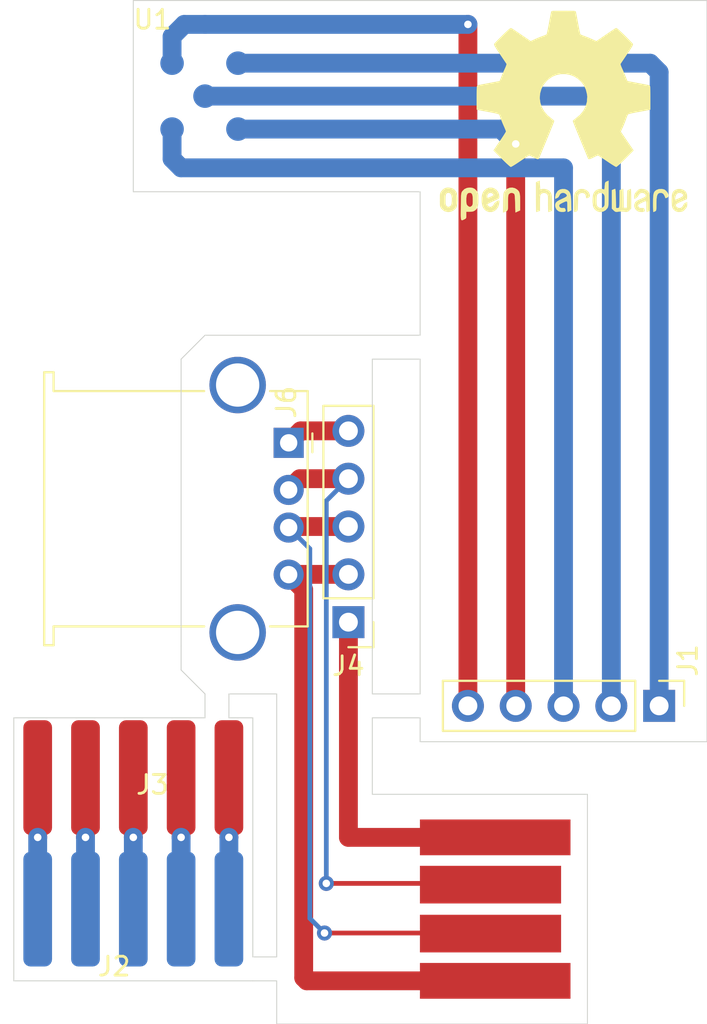
<source format=kicad_pcb>
(kicad_pcb (version 20171130) (host pcbnew 5.1.4)

  (general
    (thickness 1.6)
    (drawings 33)
    (tracks 66)
    (zones 0)
    (modules 8)
    (nets 17)
  )

  (page A4)
  (layers
    (0 F.Cu signal)
    (31 B.Cu signal)
    (32 B.Adhes user)
    (33 F.Adhes user)
    (34 B.Paste user)
    (35 F.Paste user)
    (36 B.SilkS user)
    (37 F.SilkS user)
    (38 B.Mask user)
    (39 F.Mask user)
    (40 Dwgs.User user)
    (41 Cmts.User user)
    (42 Eco1.User user)
    (43 Eco2.User user)
    (44 Edge.Cuts user)
    (45 Margin user)
    (46 B.CrtYd user)
    (47 F.CrtYd user)
    (48 B.Fab user)
    (49 F.Fab user)
  )

  (setup
    (last_trace_width 0.25)
    (trace_clearance 0.2)
    (zone_clearance 0.508)
    (zone_45_only no)
    (trace_min 0.2)
    (via_size 0.8)
    (via_drill 0.4)
    (via_min_size 0.4)
    (via_min_drill 0.3)
    (uvia_size 0.3)
    (uvia_drill 0.1)
    (uvias_allowed no)
    (uvia_min_size 0.2)
    (uvia_min_drill 0.1)
    (edge_width 0.05)
    (segment_width 0.2)
    (pcb_text_width 0.3)
    (pcb_text_size 1.5 1.5)
    (mod_edge_width 0.12)
    (mod_text_size 1 1)
    (mod_text_width 0.15)
    (pad_size 1.524 1.524)
    (pad_drill 0.762)
    (pad_to_mask_clearance 0.051)
    (solder_mask_min_width 0.25)
    (aux_axis_origin 0 0)
    (visible_elements FFFFFF7F)
    (pcbplotparams
      (layerselection 0x01020_ffffffff)
      (usegerberextensions false)
      (usegerberattributes false)
      (usegerberadvancedattributes false)
      (creategerberjobfile false)
      (excludeedgelayer true)
      (linewidth 0.100000)
      (plotframeref false)
      (viasonmask false)
      (mode 1)
      (useauxorigin false)
      (hpglpennumber 1)
      (hpglpenspeed 20)
      (hpglpendiameter 15.000000)
      (psnegative false)
      (psa4output false)
      (plotreference true)
      (plotvalue true)
      (plotinvisibletext false)
      (padsonsilk false)
      (subtractmaskfromsilk false)
      (outputformat 1)
      (mirror false)
      (drillshape 0)
      (scaleselection 1)
      (outputdirectory "output/"))
  )

  (net 0 "")
  (net 1 "Net-(J1-Pad1)")
  (net 2 "Net-(J1-Pad2)")
  (net 3 "Net-(J1-Pad3)")
  (net 4 "Net-(J1-Pad4)")
  (net 5 "Net-(J1-Pad5)")
  (net 6 "Net-(J2-Pad1)")
  (net 7 "Net-(J2-Pad2)")
  (net 8 "Net-(J2-Pad3)")
  (net 9 "Net-(J2-Pad4)")
  (net 10 "Net-(J2-Pad5)")
  (net 11 "Net-(J4-Pad5)")
  (net 12 "Net-(J4-Pad4)")
  (net 13 "Net-(J4-Pad3)")
  (net 14 "Net-(J4-Pad2)")
  (net 15 "Net-(J4-Pad1)")
  (net 16 "Net-(J6-Pad5)")

  (net_class Default "This is the default net class."
    (clearance 0.2)
    (trace_width 0.25)
    (via_dia 0.8)
    (via_drill 0.4)
    (uvia_dia 0.3)
    (uvia_drill 0.1)
    (add_net "Net-(J1-Pad1)")
    (add_net "Net-(J1-Pad2)")
    (add_net "Net-(J1-Pad3)")
    (add_net "Net-(J1-Pad4)")
    (add_net "Net-(J1-Pad5)")
    (add_net "Net-(J2-Pad1)")
    (add_net "Net-(J2-Pad2)")
    (add_net "Net-(J2-Pad3)")
    (add_net "Net-(J2-Pad4)")
    (add_net "Net-(J2-Pad5)")
    (add_net "Net-(J4-Pad1)")
    (add_net "Net-(J4-Pad2)")
    (add_net "Net-(J4-Pad3)")
    (add_net "Net-(J4-Pad4)")
    (add_net "Net-(J4-Pad5)")
    (add_net "Net-(J6-Pad5)")
  )

  (module Fairphone-Back:Fairphone-Back (layer F.Cu) (tedit 5D9258DC) (tstamp 5D9296D1)
    (at 135.89 50.8)
    (path /5D8F35EC)
    (fp_text reference U1 (at -2.794 -4.064) (layer F.SilkS)
      (effects (font (size 1 1) (thickness 0.15)))
    )
    (fp_text value FP-Back-Con (at 0.25 -4.25) (layer F.Fab)
      (effects (font (size 1 1) (thickness 0.15)))
    )
    (pad 2 connect circle (at 1.75 -1.75) (size 1.25 1.25) (layers B.Cu B.Mask)
      (net 1 "Net-(J1-Pad1)"))
    (pad 1 connect circle (at -1.75 -1.75) (size 1.25 1.25) (layers B.Cu B.Mask)
      (net 5 "Net-(J1-Pad5)"))
    (pad 3 connect circle (at 0 0) (size 1.25 1.25) (layers B.Cu B.Mask)
      (net 2 "Net-(J1-Pad2)"))
    (pad 5 connect circle (at 1.75 1.75) (size 1.25 1.25) (layers B.Cu B.Mask)
      (net 4 "Net-(J1-Pad4)"))
    (pad 4 connect circle (at -1.75 1.75) (size 1.25 1.25) (layers B.Cu B.Mask)
      (net 3 "Net-(J1-Pad3)"))
  )

  (module Symbol:OSHW-Logo2_14.6x12mm_SilkScreen (layer F.Cu) (tedit 0) (tstamp 5D92B4A9)
    (at 154.94 51.816)
    (descr "Open Source Hardware Symbol")
    (tags "Logo Symbol OSHW")
    (attr virtual)
    (fp_text reference REF** (at 0 0) (layer F.SilkS) hide
      (effects (font (size 1 1) (thickness 0.15)))
    )
    (fp_text value OSHW-Logo2_14.6x12mm_SilkScreen (at 0.75 0) (layer F.Fab) hide
      (effects (font (size 1 1) (thickness 0.15)))
    )
    (fp_poly (pts (xy 0.209014 -5.547002) (xy 0.367006 -5.546137) (xy 0.481347 -5.543795) (xy 0.559407 -5.539238)
      (xy 0.608554 -5.53173) (xy 0.636159 -5.520534) (xy 0.649592 -5.504912) (xy 0.656221 -5.484127)
      (xy 0.656865 -5.481437) (xy 0.666935 -5.432887) (xy 0.685575 -5.337095) (xy 0.710845 -5.204257)
      (xy 0.740807 -5.044569) (xy 0.773522 -4.868226) (xy 0.774664 -4.862033) (xy 0.807433 -4.689218)
      (xy 0.838093 -4.536531) (xy 0.864664 -4.413129) (xy 0.885167 -4.328169) (xy 0.897626 -4.29081)
      (xy 0.89822 -4.290148) (xy 0.934919 -4.271905) (xy 1.010586 -4.241503) (xy 1.108878 -4.205507)
      (xy 1.109425 -4.205315) (xy 1.233233 -4.158778) (xy 1.379196 -4.099496) (xy 1.516781 -4.039891)
      (xy 1.523293 -4.036944) (xy 1.74739 -3.935235) (xy 2.243619 -4.274103) (xy 2.395846 -4.377408)
      (xy 2.533741 -4.469763) (xy 2.649315 -4.545916) (xy 2.734579 -4.600615) (xy 2.781544 -4.628607)
      (xy 2.786004 -4.630683) (xy 2.820134 -4.62144) (xy 2.883881 -4.576844) (xy 2.979731 -4.494791)
      (xy 3.110169 -4.373179) (xy 3.243328 -4.243795) (xy 3.371694 -4.116298) (xy 3.486581 -3.999954)
      (xy 3.581073 -3.901948) (xy 3.648253 -3.829464) (xy 3.681206 -3.789687) (xy 3.682432 -3.787639)
      (xy 3.686074 -3.760344) (xy 3.67235 -3.715766) (xy 3.637869 -3.647888) (xy 3.579239 -3.550689)
      (xy 3.49307 -3.418149) (xy 3.3782 -3.247524) (xy 3.276254 -3.097345) (xy 3.185123 -2.96265)
      (xy 3.110073 -2.85126) (xy 3.056369 -2.770995) (xy 3.02928 -2.729675) (xy 3.027574 -2.72687)
      (xy 3.030882 -2.687279) (xy 3.055953 -2.610331) (xy 3.097798 -2.510568) (xy 3.112712 -2.478709)
      (xy 3.177786 -2.336774) (xy 3.247212 -2.175727) (xy 3.303609 -2.036379) (xy 3.344247 -1.932956)
      (xy 3.376526 -1.854358) (xy 3.395178 -1.81328) (xy 3.397497 -1.810115) (xy 3.431803 -1.804872)
      (xy 3.512669 -1.790506) (xy 3.629343 -1.769063) (xy 3.771075 -1.742587) (xy 3.92711 -1.713123)
      (xy 4.086698 -1.682717) (xy 4.239085 -1.653412) (xy 4.373521 -1.627255) (xy 4.479252 -1.60629)
      (xy 4.545526 -1.592561) (xy 4.561782 -1.58868) (xy 4.578573 -1.5791) (xy 4.591249 -1.557464)
      (xy 4.600378 -1.516469) (xy 4.606531 -1.448811) (xy 4.61028 -1.347188) (xy 4.612192 -1.204297)
      (xy 4.61284 -1.012835) (xy 4.612874 -0.934355) (xy 4.612874 -0.296094) (xy 4.459598 -0.26584)
      (xy 4.374322 -0.249436) (xy 4.24707 -0.225491) (xy 4.093315 -0.196893) (xy 3.928534 -0.166533)
      (xy 3.882989 -0.158194) (xy 3.730932 -0.12863) (xy 3.598468 -0.099558) (xy 3.496714 -0.073671)
      (xy 3.436788 -0.053663) (xy 3.426805 -0.047699) (xy 3.402293 -0.005466) (xy 3.367148 0.07637)
      (xy 3.328173 0.181683) (xy 3.320442 0.204368) (xy 3.26936 0.345018) (xy 3.205954 0.503714)
      (xy 3.143904 0.646225) (xy 3.143598 0.646886) (xy 3.040267 0.87044) (xy 3.719961 1.870232)
      (xy 3.283621 2.3073) (xy 3.151649 2.437381) (xy 3.031279 2.552048) (xy 2.929273 2.645181)
      (xy 2.852391 2.710658) (xy 2.807393 2.742357) (xy 2.800938 2.744368) (xy 2.76304 2.728529)
      (xy 2.685708 2.684496) (xy 2.577389 2.61749) (xy 2.446532 2.532734) (xy 2.305052 2.437816)
      (xy 2.161461 2.340998) (xy 2.033435 2.256751) (xy 1.929105 2.190258) (xy 1.8566 2.146702)
      (xy 1.824158 2.131264) (xy 1.784576 2.144328) (xy 1.709519 2.17875) (xy 1.614468 2.22738)
      (xy 1.604392 2.232785) (xy 1.476391 2.29698) (xy 1.388618 2.328463) (xy 1.334028 2.328798)
      (xy 1.305575 2.299548) (xy 1.30541 2.299138) (xy 1.291188 2.264498) (xy 1.257269 2.182269)
      (xy 1.206284 2.058814) (xy 1.140862 1.900498) (xy 1.063634 1.713686) (xy 0.977229 1.504742)
      (xy 0.893551 1.302446) (xy 0.801588 1.0792) (xy 0.71715 0.872392) (xy 0.642769 0.688362)
      (xy 0.580974 0.533451) (xy 0.534297 0.413996) (xy 0.505268 0.336339) (xy 0.496322 0.307356)
      (xy 0.518756 0.27411) (xy 0.577439 0.221123) (xy 0.655689 0.162704) (xy 0.878534 -0.022048)
      (xy 1.052718 -0.233818) (xy 1.176154 -0.468144) (xy 1.246754 -0.720566) (xy 1.262431 -0.986623)
      (xy 1.251036 -1.109425) (xy 1.18895 -1.364207) (xy 1.082023 -1.589199) (xy 0.936889 -1.782183)
      (xy 0.760178 -1.940939) (xy 0.558522 -2.06325) (xy 0.338554 -2.146895) (xy 0.106906 -2.189656)
      (xy -0.129791 -2.189313) (xy -0.364905 -2.143648) (xy -0.591804 -2.050441) (xy -0.803856 -1.907473)
      (xy -0.892364 -1.826617) (xy -1.062111 -1.618993) (xy -1.180301 -1.392105) (xy -1.247722 -1.152567)
      (xy -1.26516 -0.906993) (xy -1.233402 -0.661997) (xy -1.153235 -0.424192) (xy -1.025445 -0.200193)
      (xy -0.85082 0.003387) (xy -0.655688 0.162704) (xy -0.574409 0.223602) (xy -0.516991 0.276015)
      (xy -0.496322 0.307406) (xy -0.507144 0.341639) (xy -0.537923 0.423419) (xy -0.586126 0.546407)
      (xy -0.649222 0.704263) (xy -0.724678 0.890649) (xy -0.809962 1.099226) (xy -0.893781 1.302496)
      (xy -0.986255 1.525933) (xy -1.071911 1.732984) (xy -1.148118 1.917286) (xy -1.212247 2.072475)
      (xy -1.261668 2.192188) (xy -1.293752 2.270061) (xy -1.305641 2.299138) (xy -1.333726 2.328677)
      (xy -1.388051 2.328591) (xy -1.475605 2.297326) (xy -1.603381 2.233329) (xy -1.604392 2.232785)
      (xy -1.700598 2.183121) (xy -1.778369 2.146945) (xy -1.822223 2.131408) (xy -1.824158 2.131264)
      (xy -1.857171 2.147024) (xy -1.930054 2.19085) (xy -2.034678 2.257557) (xy -2.16291 2.341964)
      (xy -2.305052 2.437816) (xy -2.449767 2.534867) (xy -2.580196 2.61927) (xy -2.68789 2.685801)
      (xy -2.764402 2.729238) (xy -2.800938 2.744368) (xy -2.834582 2.724482) (xy -2.902224 2.668903)
      (xy -2.997107 2.583754) (xy -3.11247 2.475153) (xy -3.241555 2.349221) (xy -3.283771 2.307149)
      (xy -3.720261 1.869931) (xy -3.388023 1.38234) (xy -3.287054 1.232605) (xy -3.198438 1.09822)
      (xy -3.127146 0.986969) (xy -3.07815 0.906639) (xy -3.056422 0.865014) (xy -3.055785 0.862053)
      (xy -3.06724 0.822818) (xy -3.098051 0.743895) (xy -3.142884 0.638509) (xy -3.174353 0.567954)
      (xy -3.233192 0.432876) (xy -3.288604 0.296409) (xy -3.331564 0.181103) (xy -3.343234 0.145977)
      (xy -3.376389 0.052174) (xy -3.408799 -0.020306) (xy -3.426601 -0.047699) (xy -3.465886 -0.064464)
      (xy -3.551626 -0.08823) (xy -3.672697 -0.116303) (xy -3.817973 -0.145991) (xy -3.882988 -0.158194)
      (xy -4.048087 -0.188532) (xy -4.206448 -0.217907) (xy -4.342596 -0.243431) (xy -4.441057 -0.262215)
      (xy -4.459598 -0.26584) (xy -4.612873 -0.296094) (xy -4.612873 -0.934355) (xy -4.612529 -1.14423)
      (xy -4.611116 -1.30302) (xy -4.608064 -1.418027) (xy -4.602803 -1.496554) (xy -4.594763 -1.545904)
      (xy -4.583373 -1.573381) (xy -4.568063 -1.586287) (xy -4.561782 -1.58868) (xy -4.523896 -1.597167)
      (xy -4.440195 -1.6141) (xy -4.321433 -1.637434) (xy -4.178361 -1.665125) (xy -4.021732 -1.695127)
      (xy -3.862297 -1.725396) (xy -3.710809 -1.753885) (xy -3.578019 -1.778551) (xy -3.474681 -1.797349)
      (xy -3.411545 -1.808233) (xy -3.397497 -1.810115) (xy -3.38477 -1.835296) (xy -3.3566 -1.902378)
      (xy -3.318252 -1.998667) (xy -3.303609 -2.036379) (xy -3.244548 -2.182079) (xy -3.175 -2.343049)
      (xy -3.112712 -2.478709) (xy -3.066879 -2.582439) (xy -3.036387 -2.667674) (xy -3.026208 -2.719874)
      (xy -3.027831 -2.72687) (xy -3.049343 -2.759898) (xy -3.098465 -2.833357) (xy -3.169923 -2.939423)
      (xy -3.258445 -3.070274) (xy -3.358759 -3.218088) (xy -3.378594 -3.247266) (xy -3.494988 -3.420137)
      (xy -3.580548 -3.551774) (xy -3.638684 -3.648239) (xy -3.672808 -3.715592) (xy -3.686331 -3.759894)
      (xy -3.682664 -3.787206) (xy -3.68257 -3.78738) (xy -3.653707 -3.823254) (xy -3.589867 -3.892609)
      (xy -3.497969 -3.988255) (xy -3.384933 -4.103001) (xy -3.257679 -4.229659) (xy -3.243328 -4.243795)
      (xy -3.082957 -4.399097) (xy -2.959195 -4.51313) (xy -2.869555 -4.587998) (xy -2.811552 -4.625804)
      (xy -2.786004 -4.630683) (xy -2.748718 -4.609397) (xy -2.671343 -4.560227) (xy -2.561867 -4.488425)
      (xy -2.42828 -4.399245) (xy -2.27857 -4.297937) (xy -2.243618 -4.274103) (xy -1.74739 -3.935235)
      (xy -1.523293 -4.036944) (xy -1.387011 -4.096217) (xy -1.240724 -4.15583) (xy -1.114965 -4.20336)
      (xy -1.109425 -4.205315) (xy -1.011057 -4.241323) (xy -0.935229 -4.271771) (xy -0.898282 -4.290095)
      (xy -0.89822 -4.290148) (xy -0.886496 -4.323271) (xy -0.866568 -4.404733) (xy -0.840413 -4.525375)
      (xy -0.81001 -4.676041) (xy -0.777337 -4.847572) (xy -0.774664 -4.862033) (xy -0.74189 -5.038765)
      (xy -0.711802 -5.19919) (xy -0.686339 -5.333112) (xy -0.667441 -5.430337) (xy -0.657047 -5.480668)
      (xy -0.656865 -5.481437) (xy -0.650539 -5.502847) (xy -0.638239 -5.519012) (xy -0.612594 -5.530669)
      (xy -0.566235 -5.538555) (xy -0.491792 -5.543407) (xy -0.381895 -5.545961) (xy -0.229175 -5.546955)
      (xy -0.026262 -5.547126) (xy 0 -5.547126) (xy 0.209014 -5.547002)) (layer F.SilkS) (width 0.01))
    (fp_poly (pts (xy 6.343439 3.95654) (xy 6.45895 4.032034) (xy 6.514664 4.099617) (xy 6.558804 4.222255)
      (xy 6.562309 4.319298) (xy 6.554368 4.449056) (xy 6.255115 4.580039) (xy 6.109611 4.646958)
      (xy 6.014537 4.70079) (xy 5.965101 4.747416) (xy 5.956511 4.79272) (xy 5.983972 4.842582)
      (xy 6.014253 4.875632) (xy 6.102363 4.928633) (xy 6.198196 4.932347) (xy 6.286212 4.891041)
      (xy 6.350869 4.808983) (xy 6.362433 4.780008) (xy 6.417825 4.689509) (xy 6.481553 4.65094)
      (xy 6.568966 4.617946) (xy 6.568966 4.743034) (xy 6.561238 4.828156) (xy 6.530966 4.899938)
      (xy 6.467518 4.982356) (xy 6.458088 4.993066) (xy 6.387513 5.066391) (xy 6.326847 5.105742)
      (xy 6.25095 5.123845) (xy 6.18803 5.129774) (xy 6.075487 5.131251) (xy 5.99537 5.112535)
      (xy 5.94539 5.084747) (xy 5.866838 5.023641) (xy 5.812463 4.957554) (xy 5.778052 4.874441)
      (xy 5.759388 4.762254) (xy 5.752256 4.608946) (xy 5.751687 4.531136) (xy 5.753622 4.437853)
      (xy 5.929899 4.437853) (xy 5.931944 4.487896) (xy 5.937039 4.496092) (xy 5.970666 4.484958)
      (xy 6.04303 4.455493) (xy 6.139747 4.413601) (xy 6.159973 4.404597) (xy 6.282203 4.342442)
      (xy 6.349547 4.287815) (xy 6.364348 4.236649) (xy 6.328947 4.184876) (xy 6.299711 4.162)
      (xy 6.194216 4.11625) (xy 6.095476 4.123808) (xy 6.012812 4.179651) (xy 5.955548 4.278753)
      (xy 5.937188 4.357414) (xy 5.929899 4.437853) (xy 5.753622 4.437853) (xy 5.755459 4.349351)
      (xy 5.769359 4.214853) (xy 5.796894 4.116916) (xy 5.841572 4.044811) (xy 5.906901 3.987813)
      (xy 5.935383 3.969393) (xy 6.064763 3.921422) (xy 6.206412 3.918403) (xy 6.343439 3.95654)) (layer F.SilkS) (width 0.01))
    (fp_poly (pts (xy 5.33569 3.940018) (xy 5.370585 3.955269) (xy 5.453877 4.021235) (xy 5.525103 4.116618)
      (xy 5.569153 4.218406) (xy 5.576322 4.268587) (xy 5.552285 4.338647) (xy 5.499561 4.375717)
      (xy 5.443031 4.398164) (xy 5.417146 4.4023) (xy 5.404542 4.372283) (xy 5.379654 4.306961)
      (xy 5.368735 4.277445) (xy 5.307508 4.175348) (xy 5.218861 4.124423) (xy 5.105193 4.125989)
      (xy 5.096774 4.127994) (xy 5.036088 4.156767) (xy 4.991474 4.212859) (xy 4.961002 4.303163)
      (xy 4.942744 4.434571) (xy 4.934771 4.613974) (xy 4.934023 4.709433) (xy 4.933652 4.859913)
      (xy 4.931223 4.962495) (xy 4.92476 5.027672) (xy 4.912288 5.065938) (xy 4.891833 5.087785)
      (xy 4.861419 5.103707) (xy 4.859661 5.104509) (xy 4.801091 5.129272) (xy 4.772075 5.138391)
      (xy 4.767616 5.110822) (xy 4.763799 5.03462) (xy 4.760899 4.919541) (xy 4.759191 4.775341)
      (xy 4.758851 4.669814) (xy 4.760588 4.465613) (xy 4.767382 4.310697) (xy 4.781607 4.196024)
      (xy 4.805638 4.112551) (xy 4.841848 4.051236) (xy 4.892612 4.003034) (xy 4.942739 3.969393)
      (xy 5.063275 3.924619) (xy 5.203557 3.914521) (xy 5.33569 3.940018)) (layer F.SilkS) (width 0.01))
    (fp_poly (pts (xy 4.314406 3.935156) (xy 4.398469 3.973393) (xy 4.46445 4.019726) (xy 4.512794 4.071532)
      (xy 4.546172 4.138363) (xy 4.567253 4.229769) (xy 4.578707 4.355301) (xy 4.583203 4.524508)
      (xy 4.583678 4.635933) (xy 4.583678 5.070627) (xy 4.509316 5.104509) (xy 4.450746 5.129272)
      (xy 4.42173 5.138391) (xy 4.416179 5.111257) (xy 4.411775 5.038094) (xy 4.409078 4.931263)
      (xy 4.408506 4.846437) (xy 4.406046 4.723887) (xy 4.399412 4.626668) (xy 4.389726 4.567134)
      (xy 4.382032 4.554483) (xy 4.330311 4.567402) (xy 4.249117 4.600539) (xy 4.155102 4.645461)
      (xy 4.064917 4.693735) (xy 3.995215 4.736928) (xy 3.962648 4.766608) (xy 3.962519 4.766929)
      (xy 3.96532 4.821857) (xy 3.990439 4.874292) (xy 4.034541 4.916881) (xy 4.098909 4.931126)
      (xy 4.153921 4.929466) (xy 4.231835 4.928245) (xy 4.272732 4.946498) (xy 4.297295 4.994726)
      (xy 4.300392 5.00382) (xy 4.31104 5.072598) (xy 4.282565 5.11436) (xy 4.208344 5.134263)
      (xy 4.128168 5.137944) (xy 3.98389 5.110658) (xy 3.909203 5.07169) (xy 3.816963 4.980148)
      (xy 3.768043 4.867782) (xy 3.763654 4.749051) (xy 3.805001 4.638411) (xy 3.867197 4.56908)
      (xy 3.929294 4.530265) (xy 4.026895 4.481125) (xy 4.140632 4.431292) (xy 4.15959 4.423677)
      (xy 4.284521 4.368545) (xy 4.356539 4.319954) (xy 4.3797 4.271647) (xy 4.358064 4.21737)
      (xy 4.32092 4.174943) (xy 4.233127 4.122702) (xy 4.13653 4.118784) (xy 4.047944 4.159041)
      (xy 3.984186 4.239326) (xy 3.975817 4.26004) (xy 3.927096 4.336225) (xy 3.855965 4.392785)
      (xy 3.766207 4.439201) (xy 3.766207 4.307584) (xy 3.77149 4.227168) (xy 3.794142 4.163786)
      (xy 3.844367 4.096163) (xy 3.892582 4.044076) (xy 3.967554 3.970322) (xy 4.025806 3.930702)
      (xy 4.088372 3.91481) (xy 4.159193 3.912184) (xy 4.314406 3.935156)) (layer F.SilkS) (width 0.01))
    (fp_poly (pts (xy 3.580124 3.93984) (xy 3.584579 4.016653) (xy 3.588071 4.133391) (xy 3.590315 4.280821)
      (xy 3.591035 4.435455) (xy 3.591035 4.958727) (xy 3.498645 5.051117) (xy 3.434978 5.108047)
      (xy 3.379089 5.131107) (xy 3.302702 5.129647) (xy 3.27238 5.125934) (xy 3.17761 5.115126)
      (xy 3.099222 5.108933) (xy 3.080115 5.108361) (xy 3.015699 5.112102) (xy 2.923571 5.121494)
      (xy 2.88785 5.125934) (xy 2.800114 5.132801) (xy 2.741153 5.117885) (xy 2.68269 5.071835)
      (xy 2.661585 5.051117) (xy 2.569195 4.958727) (xy 2.569195 3.979947) (xy 2.643558 3.946066)
      (xy 2.70759 3.92097) (xy 2.745052 3.912184) (xy 2.754657 3.93995) (xy 2.763635 4.01753)
      (xy 2.771386 4.136348) (xy 2.777314 4.287828) (xy 2.780173 4.415805) (xy 2.788161 4.919425)
      (xy 2.857848 4.929278) (xy 2.921229 4.922389) (xy 2.952286 4.900083) (xy 2.960967 4.858379)
      (xy 2.968378 4.769544) (xy 2.973931 4.644834) (xy 2.977036 4.495507) (xy 2.977484 4.418661)
      (xy 2.977931 3.976287) (xy 3.069874 3.944235) (xy 3.134949 3.922443) (xy 3.170347 3.912281)
      (xy 3.171368 3.912184) (xy 3.17492 3.939809) (xy 3.178823 4.016411) (xy 3.182751 4.132579)
      (xy 3.186376 4.278904) (xy 3.188908 4.415805) (xy 3.196897 4.919425) (xy 3.372069 4.919425)
      (xy 3.380107 4.459965) (xy 3.388146 4.000505) (xy 3.473543 3.956344) (xy 3.536593 3.926019)
      (xy 3.57391 3.912258) (xy 3.574987 3.912184) (xy 3.580124 3.93984)) (layer F.SilkS) (width 0.01))
    (fp_poly (pts (xy 2.393914 4.154455) (xy 2.393543 4.372661) (xy 2.392108 4.540519) (xy 2.389002 4.66607)
      (xy 2.383622 4.757355) (xy 2.375362 4.822415) (xy 2.363616 4.869291) (xy 2.347781 4.906024)
      (xy 2.33579 4.926991) (xy 2.23649 5.040694) (xy 2.110588 5.111965) (xy 1.971291 5.137538)
      (xy 1.831805 5.11415) (xy 1.748743 5.072119) (xy 1.661545 4.999411) (xy 1.602117 4.910612)
      (xy 1.566261 4.79432) (xy 1.549781 4.639135) (xy 1.547447 4.525287) (xy 1.547761 4.517106)
      (xy 1.751724 4.517106) (xy 1.75297 4.647657) (xy 1.758678 4.73408) (xy 1.771804 4.790618)
      (xy 1.795306 4.831514) (xy 1.823386 4.862362) (xy 1.917688 4.921905) (xy 2.01894 4.926992)
      (xy 2.114636 4.877279) (xy 2.122084 4.870543) (xy 2.153874 4.835502) (xy 2.173808 4.793811)
      (xy 2.1846 4.731762) (xy 2.188965 4.635644) (xy 2.189655 4.529379) (xy 2.188159 4.39588)
      (xy 2.181964 4.306822) (xy 2.168514 4.248293) (xy 2.145251 4.206382) (xy 2.126175 4.184123)
      (xy 2.037563 4.127985) (xy 1.935508 4.121235) (xy 1.838095 4.164114) (xy 1.819296 4.180032)
      (xy 1.787293 4.215382) (xy 1.767318 4.257502) (xy 1.756593 4.320251) (xy 1.752339 4.417487)
      (xy 1.751724 4.517106) (xy 1.547761 4.517106) (xy 1.554504 4.341947) (xy 1.578472 4.204195)
      (xy 1.623548 4.100632) (xy 1.693928 4.019856) (xy 1.748743 3.978455) (xy 1.848376 3.933728)
      (xy 1.963855 3.912967) (xy 2.071199 3.918525) (xy 2.131264 3.940943) (xy 2.154835 3.947323)
      (xy 2.170477 3.923535) (xy 2.181395 3.859788) (xy 2.189655 3.762687) (xy 2.198699 3.654541)
      (xy 2.211261 3.589475) (xy 2.234119 3.552268) (xy 2.274051 3.527699) (xy 2.299138 3.516819)
      (xy 2.394023 3.477072) (xy 2.393914 4.154455)) (layer F.SilkS) (width 0.01))
    (fp_poly (pts (xy 1.065943 3.92192) (xy 1.198565 3.970859) (xy 1.30601 4.057419) (xy 1.348032 4.118352)
      (xy 1.393843 4.230161) (xy 1.392891 4.311006) (xy 1.344808 4.365378) (xy 1.327017 4.374624)
      (xy 1.250204 4.40345) (xy 1.210976 4.396065) (xy 1.197689 4.347658) (xy 1.197012 4.32092)
      (xy 1.172686 4.222548) (xy 1.109281 4.153734) (xy 1.021154 4.120498) (xy 0.922663 4.128861)
      (xy 0.842602 4.172296) (xy 0.815561 4.197072) (xy 0.796394 4.227129) (xy 0.783446 4.272565)
      (xy 0.775064 4.343476) (xy 0.769593 4.44996) (xy 0.765378 4.602112) (xy 0.764287 4.650287)
      (xy 0.760307 4.815095) (xy 0.755781 4.931088) (xy 0.748995 5.007833) (xy 0.738231 5.054893)
      (xy 0.721773 5.081835) (xy 0.697906 5.098223) (xy 0.682626 5.105463) (xy 0.617733 5.13022)
      (xy 0.579534 5.138391) (xy 0.566912 5.111103) (xy 0.559208 5.028603) (xy 0.55638 4.889941)
      (xy 0.558386 4.694162) (xy 0.559011 4.663965) (xy 0.563421 4.485349) (xy 0.568635 4.354923)
      (xy 0.576055 4.262492) (xy 0.587082 4.197858) (xy 0.603117 4.150825) (xy 0.625561 4.111196)
      (xy 0.637302 4.094215) (xy 0.704619 4.01908) (xy 0.77991 3.960638) (xy 0.789128 3.955536)
      (xy 0.924133 3.91526) (xy 1.065943 3.92192)) (layer F.SilkS) (width 0.01))
    (fp_poly (pts (xy 0.079944 3.92436) (xy 0.194343 3.966842) (xy 0.195652 3.967658) (xy 0.266403 4.01973)
      (xy 0.318636 4.080584) (xy 0.355371 4.159887) (xy 0.379634 4.267309) (xy 0.394445 4.412517)
      (xy 0.402829 4.605179) (xy 0.403564 4.632628) (xy 0.41412 5.046521) (xy 0.325291 5.092456)
      (xy 0.261018 5.123498) (xy 0.22221 5.138206) (xy 0.220415 5.138391) (xy 0.2137 5.11125)
      (xy 0.208365 5.038041) (xy 0.205083 4.931081) (xy 0.204368 4.844469) (xy 0.204351 4.704162)
      (xy 0.197937 4.616051) (xy 0.17558 4.574025) (xy 0.127732 4.571975) (xy 0.044849 4.60379)
      (xy -0.080287 4.662272) (xy -0.172303 4.710845) (xy -0.219629 4.752986) (xy -0.233542 4.798916)
      (xy -0.233563 4.801189) (xy -0.210605 4.880311) (xy -0.14263 4.923055) (xy -0.038602 4.929246)
      (xy 0.03633 4.928172) (xy 0.075839 4.949753) (xy 0.100478 5.001591) (xy 0.114659 5.067632)
      (xy 0.094223 5.105104) (xy 0.086528 5.110467) (xy 0.014083 5.132006) (xy -0.087367 5.135055)
      (xy -0.191843 5.120778) (xy -0.265875 5.094688) (xy -0.368228 5.007785) (xy -0.426409 4.886816)
      (xy -0.437931 4.792308) (xy -0.429138 4.707062) (xy -0.39732 4.637476) (xy -0.334316 4.575672)
      (xy -0.231969 4.513772) (xy -0.082118 4.443897) (xy -0.072988 4.439948) (xy 0.061997 4.377588)
      (xy 0.145294 4.326446) (xy 0.180997 4.280488) (xy 0.173203 4.233683) (xy 0.126007 4.179998)
      (xy 0.111894 4.167644) (xy 0.017359 4.119741) (xy -0.080594 4.121758) (xy -0.165903 4.168724)
      (xy -0.222504 4.255669) (xy -0.227763 4.272734) (xy -0.278977 4.355504) (xy -0.343963 4.395372)
      (xy -0.437931 4.434882) (xy -0.437931 4.332658) (xy -0.409347 4.184072) (xy -0.324505 4.047784)
      (xy -0.280355 4.002191) (xy -0.179995 3.943674) (xy -0.052365 3.917184) (xy 0.079944 3.92436)) (layer F.SilkS) (width 0.01))
    (fp_poly (pts (xy -1.255402 3.723857) (xy -1.246846 3.843188) (xy -1.237019 3.913506) (xy -1.223401 3.944179)
      (xy -1.203473 3.944571) (xy -1.197011 3.94091) (xy -1.11106 3.914398) (xy -0.999255 3.915946)
      (xy -0.885586 3.943199) (xy -0.81449 3.978455) (xy -0.741595 4.034778) (xy -0.688307 4.098519)
      (xy -0.651725 4.17951) (xy -0.62895 4.287586) (xy -0.617081 4.43258) (xy -0.613218 4.624326)
      (xy -0.613149 4.661109) (xy -0.613103 5.074288) (xy -0.705046 5.106339) (xy -0.770348 5.128144)
      (xy -0.806176 5.138297) (xy -0.80723 5.138391) (xy -0.810758 5.11086) (xy -0.813761 5.034923)
      (xy -0.81601 4.920565) (xy -0.817276 4.777769) (xy -0.817471 4.690951) (xy -0.817877 4.519773)
      (xy -0.819968 4.397088) (xy -0.825053 4.313) (xy -0.83444 4.257614) (xy -0.849439 4.221032)
      (xy -0.871358 4.193359) (xy -0.885043 4.180032) (xy -0.979051 4.126328) (xy -1.081636 4.122307)
      (xy -1.17471 4.167725) (xy -1.191922 4.184123) (xy -1.217168 4.214957) (xy -1.23468 4.251531)
      (xy -1.245858 4.304415) (xy -1.252104 4.384177) (xy -1.254818 4.501385) (xy -1.255402 4.662991)
      (xy -1.255402 5.074288) (xy -1.347345 5.106339) (xy -1.412647 5.128144) (xy -1.448475 5.138297)
      (xy -1.449529 5.138391) (xy -1.452225 5.110448) (xy -1.454655 5.03163) (xy -1.456722 4.909453)
      (xy -1.458329 4.751432) (xy -1.459377 4.565083) (xy -1.459769 4.35792) (xy -1.45977 4.348706)
      (xy -1.45977 3.55902) (xy -1.364885 3.518997) (xy -1.27 3.478973) (xy -1.255402 3.723857)) (layer F.SilkS) (width 0.01))
    (fp_poly (pts (xy -3.684448 3.884676) (xy -3.569342 3.962111) (xy -3.480389 4.073949) (xy -3.427251 4.216265)
      (xy -3.416503 4.321015) (xy -3.417724 4.364726) (xy -3.427944 4.398194) (xy -3.456039 4.428179)
      (xy -3.510884 4.46144) (xy -3.601355 4.504738) (xy -3.736328 4.564833) (xy -3.737011 4.565134)
      (xy -3.861249 4.622037) (xy -3.963127 4.672565) (xy -4.032233 4.71128) (xy -4.058154 4.73274)
      (xy -4.058161 4.732913) (xy -4.035315 4.779644) (xy -3.981891 4.831154) (xy -3.920558 4.868261)
      (xy -3.889485 4.875632) (xy -3.804711 4.850138) (xy -3.731707 4.786291) (xy -3.696087 4.716094)
      (xy -3.66182 4.664343) (xy -3.594697 4.605409) (xy -3.515792 4.554496) (xy -3.446179 4.526809)
      (xy -3.431623 4.525287) (xy -3.415237 4.550321) (xy -3.41425 4.614311) (xy -3.426292 4.700593)
      (xy -3.448993 4.792501) (xy -3.479986 4.873369) (xy -3.481552 4.876509) (xy -3.574819 5.006734)
      (xy -3.695696 5.095311) (xy -3.832973 5.138786) (xy -3.97544 5.133706) (xy -4.111888 5.076616)
      (xy -4.117955 5.072602) (xy -4.22529 4.975326) (xy -4.295868 4.848409) (xy -4.334926 4.681526)
      (xy -4.340168 4.634639) (xy -4.349452 4.413329) (xy -4.338322 4.310124) (xy -4.058161 4.310124)
      (xy -4.054521 4.374503) (xy -4.034611 4.393291) (xy -3.984974 4.379235) (xy -3.906733 4.346009)
      (xy -3.819274 4.304359) (xy -3.817101 4.303256) (xy -3.74297 4.264265) (xy -3.713219 4.238244)
      (xy -3.720555 4.210965) (xy -3.751447 4.175121) (xy -3.83004 4.123251) (xy -3.914677 4.119439)
      (xy -3.990597 4.157189) (xy -4.043035 4.230001) (xy -4.058161 4.310124) (xy -4.338322 4.310124)
      (xy -4.330356 4.236261) (xy -4.281366 4.095829) (xy -4.213164 3.997447) (xy -4.090065 3.89803)
      (xy -3.954472 3.848711) (xy -3.816045 3.845568) (xy -3.684448 3.884676)) (layer F.SilkS) (width 0.01))
    (fp_poly (pts (xy -5.951779 3.866015) (xy -5.814939 3.937968) (xy -5.713949 4.053766) (xy -5.678075 4.128213)
      (xy -5.650161 4.239992) (xy -5.635871 4.381227) (xy -5.634516 4.535371) (xy -5.645405 4.685879)
      (xy -5.667847 4.816205) (xy -5.70115 4.909803) (xy -5.711385 4.925922) (xy -5.832618 5.046249)
      (xy -5.976613 5.118317) (xy -6.132861 5.139408) (xy -6.290852 5.106802) (xy -6.33482 5.087253)
      (xy -6.420444 5.027012) (xy -6.495592 4.947135) (xy -6.502694 4.937004) (xy -6.531561 4.888181)
      (xy -6.550643 4.83599) (xy -6.561916 4.767285) (xy -6.567355 4.668918) (xy -6.568938 4.527744)
      (xy -6.568965 4.496092) (xy -6.568893 4.486019) (xy -6.277011 4.486019) (xy -6.275313 4.619256)
      (xy -6.268628 4.707674) (xy -6.254575 4.764785) (xy -6.230771 4.804102) (xy -6.218621 4.817241)
      (xy -6.148764 4.867172) (xy -6.080941 4.864895) (xy -6.012365 4.821584) (xy -5.971465 4.775346)
      (xy -5.947242 4.707857) (xy -5.933639 4.601433) (xy -5.932706 4.58902) (xy -5.930384 4.396147)
      (xy -5.95465 4.2529) (xy -6.005176 4.16016) (xy -6.081632 4.118807) (xy -6.108924 4.116552)
      (xy -6.180589 4.127893) (xy -6.22961 4.167184) (xy -6.259582 4.242326) (xy -6.274101 4.361222)
      (xy -6.277011 4.486019) (xy -6.568893 4.486019) (xy -6.567878 4.345659) (xy -6.563312 4.240549)
      (xy -6.553312 4.167714) (xy -6.535921 4.114108) (xy -6.509184 4.066681) (xy -6.503276 4.057864)
      (xy -6.403968 3.939007) (xy -6.295758 3.870008) (xy -6.164019 3.842619) (xy -6.119283 3.841281)
      (xy -5.951779 3.866015)) (layer F.SilkS) (width 0.01))
    (fp_poly (pts (xy -2.582571 3.877719) (xy -2.488877 3.931914) (xy -2.423736 3.985707) (xy -2.376093 4.042066)
      (xy -2.343272 4.110987) (xy -2.322594 4.202468) (xy -2.31138 4.326506) (xy -2.306951 4.493098)
      (xy -2.306437 4.612851) (xy -2.306437 5.053659) (xy -2.430517 5.109283) (xy -2.554598 5.164907)
      (xy -2.569195 4.682095) (xy -2.575227 4.501779) (xy -2.581555 4.370901) (xy -2.589394 4.280511)
      (xy -2.599963 4.221664) (xy -2.614477 4.185413) (xy -2.634152 4.16281) (xy -2.640465 4.157917)
      (xy -2.736112 4.119706) (xy -2.832793 4.134827) (xy -2.890345 4.174943) (xy -2.913755 4.20337)
      (xy -2.929961 4.240672) (xy -2.940259 4.297223) (xy -2.945951 4.383394) (xy -2.948336 4.509558)
      (xy -2.948736 4.641042) (xy -2.948814 4.805999) (xy -2.951639 4.922761) (xy -2.961093 5.00151)
      (xy -2.98106 5.052431) (xy -3.015424 5.085706) (xy -3.068068 5.11152) (xy -3.138383 5.138344)
      (xy -3.21518 5.167542) (xy -3.206038 4.649346) (xy -3.202357 4.462539) (xy -3.19805 4.32449)
      (xy -3.191877 4.225568) (xy -3.182598 4.156145) (xy -3.168973 4.10659) (xy -3.149761 4.067273)
      (xy -3.126598 4.032584) (xy -3.014848 3.92177) (xy -2.878487 3.857689) (xy -2.730175 3.842339)
      (xy -2.582571 3.877719)) (layer F.SilkS) (width 0.01))
    (fp_poly (pts (xy -4.8281 3.861903) (xy -4.71655 3.917522) (xy -4.618092 4.019931) (xy -4.590977 4.057864)
      (xy -4.561438 4.1075) (xy -4.542272 4.161412) (xy -4.531307 4.233364) (xy -4.526371 4.337122)
      (xy -4.525287 4.474101) (xy -4.530182 4.661815) (xy -4.547196 4.802758) (xy -4.579823 4.907908)
      (xy -4.631558 4.988243) (xy -4.705896 5.054741) (xy -4.711358 5.058678) (xy -4.78462 5.098953)
      (xy -4.87284 5.11888) (xy -4.985038 5.123793) (xy -5.167433 5.123793) (xy -5.167509 5.300857)
      (xy -5.169207 5.39947) (xy -5.17955 5.457314) (xy -5.206578 5.492006) (xy -5.258332 5.521164)
      (xy -5.270761 5.527121) (xy -5.328923 5.555039) (xy -5.373956 5.572672) (xy -5.407441 5.574194)
      (xy -5.430962 5.553781) (xy -5.4461 5.505607) (xy -5.454437 5.423846) (xy -5.457556 5.302672)
      (xy -5.45704 5.13626) (xy -5.454471 4.918785) (xy -5.453668 4.853736) (xy -5.450778 4.629502)
      (xy -5.448188 4.482821) (xy -5.167586 4.482821) (xy -5.166009 4.607326) (xy -5.159 4.688787)
      (xy -5.143142 4.742515) (xy -5.115019 4.783823) (xy -5.095925 4.803971) (xy -5.017865 4.862921)
      (xy -4.948753 4.86772) (xy -4.87744 4.819038) (xy -4.875632 4.817241) (xy -4.846617 4.779618)
      (xy -4.828967 4.728484) (xy -4.820064 4.649738) (xy -4.817291 4.529276) (xy -4.817241 4.502588)
      (xy -4.823942 4.336583) (xy -4.845752 4.221505) (xy -4.885235 4.151254) (xy -4.944956 4.119729)
      (xy -4.979472 4.116552) (xy -5.061389 4.13146) (xy -5.117579 4.180548) (xy -5.151402 4.270362)
      (xy -5.16622 4.407445) (xy -5.167586 4.482821) (xy -5.448188 4.482821) (xy -5.447713 4.455952)
      (xy -5.443753 4.325382) (xy -5.438174 4.230087) (xy -5.430254 4.162364) (xy -5.419269 4.114507)
      (xy -5.404499 4.078813) (xy -5.385218 4.047578) (xy -5.376951 4.035824) (xy -5.267288 3.924797)
      (xy -5.128635 3.861847) (xy -4.968246 3.844297) (xy -4.8281 3.861903)) (layer F.SilkS) (width 0.01))
  )

  (module Connector_USB:USB_A_Stewart_SS-52100-001_Horizontal (layer F.Cu) (tedit 5CB49A87) (tstamp 5D92A208)
    (at 140.335 69.215 270)
    (descr "USB A connector https://belfuse.com/resources/drawings/stewartconnector/dr-stw-ss-52100-001.pdf")
    (tags "USB_A Female Connector receptacle")
    (path /5D8F76B3)
    (fp_text reference J6 (at -2.159 0.127 90) (layer F.SilkS)
      (effects (font (size 1 1) (thickness 0.15)))
    )
    (fp_text value USB_A (at 3.5 14.49 90) (layer F.Fab)
      (effects (font (size 1 1) (thickness 0.15)))
    )
    (fp_line (start 10.25 4.74) (end 11.25 4.74) (layer F.CrtYd) (width 0.05))
    (fp_line (start 10.25 11.99) (end 10.25 4.74) (layer F.CrtYd) (width 0.05))
    (fp_line (start 11.25 11.99) (end 10.25 11.99) (layer F.CrtYd) (width 0.05))
    (fp_line (start 11.25 13.49) (end 11.25 11.99) (layer F.CrtYd) (width 0.05))
    (fp_line (start -4.25 13.49) (end 11.25 13.49) (layer F.CrtYd) (width 0.05))
    (fp_line (start -4.25 11.99) (end -4.25 13.49) (layer F.CrtYd) (width 0.05))
    (fp_line (start -3.25 11.99) (end -4.25 11.99) (layer F.CrtYd) (width 0.05))
    (fp_line (start -3.25 4.74) (end -3.25 11.99) (layer F.CrtYd) (width 0.05))
    (fp_line (start 0 -0.76) (end 0.25 -1.01) (layer F.Fab) (width 0.1))
    (fp_line (start -0.25 -1.01) (end 0 -0.76) (layer F.Fab) (width 0.1))
    (fp_line (start -0.5 -1.26) (end 0.5 -1.26) (layer F.SilkS) (width 0.12))
    (fp_line (start -3.75 12.49) (end -3.75 12.99) (layer F.SilkS) (width 0.12))
    (fp_line (start -2.75 12.49) (end -3.75 12.49) (layer F.SilkS) (width 0.12))
    (fp_line (start -2.75 4.49) (end -2.75 12.49) (layer F.SilkS) (width 0.12))
    (fp_line (start -2.75 -1.01) (end -2.75 0.99) (layer F.SilkS) (width 0.12))
    (fp_line (start 9.75 -1.01) (end -2.75 -1.01) (layer F.SilkS) (width 0.12))
    (fp_line (start 9.75 0.99) (end 9.75 -1.01) (layer F.SilkS) (width 0.12))
    (fp_line (start 9.75 12.49) (end 9.75 4.49) (layer F.SilkS) (width 0.12))
    (fp_line (start 10.75 12.49) (end 9.75 12.49) (layer F.SilkS) (width 0.12))
    (fp_line (start 10.75 12.99) (end 10.75 12.49) (layer F.SilkS) (width 0.12))
    (fp_line (start -3.75 12.99) (end 10.75 12.99) (layer F.SilkS) (width 0.12))
    (fp_text user %R (at 3.5 5.99 90) (layer F.Fab)
      (effects (font (size 1 1) (thickness 0.15)))
    )
    (fp_line (start 9.75 12.49) (end 9.75 -1.01) (layer F.Fab) (width 0.1))
    (fp_line (start -2.75 -1.01) (end 9.75 -1.01) (layer F.Fab) (width 0.1))
    (fp_line (start -2.75 12.49) (end -2.75 -1.01) (layer F.Fab) (width 0.1))
    (fp_line (start -3.75 12.99) (end 10.75 12.99) (layer F.Fab) (width 0.1))
    (fp_line (start -3.75 12.99) (end -3.75 12.49) (layer F.Fab) (width 0.1))
    (fp_line (start -3.75 12.49) (end -2.75 12.49) (layer F.Fab) (width 0.1))
    (fp_line (start 9.75 12.49) (end 10.75 12.49) (layer F.Fab) (width 0.1))
    (fp_line (start 10.75 12.49) (end 10.75 12.99) (layer F.Fab) (width 0.1))
    (fp_line (start 12.15 1.99) (end 11.25 0.69) (layer F.CrtYd) (width 0.05))
    (fp_line (start 10.25 0.69) (end 11.25 0.69) (layer F.CrtYd) (width 0.05))
    (fp_line (start 12.15 1.99) (end 12.15 3.44) (layer F.CrtYd) (width 0.05))
    (fp_line (start 10.25 0.69) (end 10.25 -1.51) (layer F.CrtYd) (width 0.05))
    (fp_line (start 10.25 -1.51) (end -3.25 -1.51) (layer F.CrtYd) (width 0.05))
    (fp_line (start -3.25 0.69) (end -3.25 -1.51) (layer F.CrtYd) (width 0.05))
    (fp_line (start 12.15 3.44) (end 11.25 4.74) (layer F.CrtYd) (width 0.05))
    (fp_line (start -3.25 0.69) (end -4.25 0.69) (layer F.CrtYd) (width 0.05))
    (fp_line (start -5.15 3.44) (end -4.25 4.74) (layer F.CrtYd) (width 0.05))
    (fp_line (start -3.25 4.74) (end -4.25 4.74) (layer F.CrtYd) (width 0.05))
    (fp_line (start -5.15 3.44) (end -5.15 1.99) (layer F.CrtYd) (width 0.05))
    (fp_line (start -5.15 1.99) (end -4.25 0.69) (layer F.CrtYd) (width 0.05))
    (pad 5 thru_hole circle (at 10.07 2.71 270) (size 3 3) (drill 2.3) (layers *.Cu *.Mask)
      (net 16 "Net-(J6-Pad5)"))
    (pad 5 thru_hole circle (at -3.07 2.71 270) (size 3 3) (drill 2.3) (layers *.Cu *.Mask)
      (net 16 "Net-(J6-Pad5)"))
    (pad 1 thru_hole rect (at 0 0 270) (size 1.6 1.6) (drill 0.92) (layers *.Cu *.Mask)
      (net 11 "Net-(J4-Pad5)"))
    (pad 2 thru_hole circle (at 2.5 0 270) (size 1.6 1.6) (drill 0.92) (layers *.Cu *.Mask)
      (net 12 "Net-(J4-Pad4)"))
    (pad 3 thru_hole circle (at 4.5 0 270) (size 1.6 1.6) (drill 0.92) (layers *.Cu *.Mask)
      (net 13 "Net-(J4-Pad3)"))
    (pad 4 thru_hole circle (at 7 0 270) (size 1.6 1.6) (drill 0.92) (layers *.Cu *.Mask)
      (net 14 "Net-(J4-Pad2)"))
    (model ${KISYS3DMOD}/Connector_USB.3dshapes/USB_A_Stewart_SS-52100-001_Horizontal.wrl
      (at (xyz 0 0 0))
      (scale (xyz 1 1 1))
      (rotate (xyz 0 0 0))
    )
  )

  (module USBSMD:usb-PCB (layer F.Cu) (tedit 542BB0AF) (tstamp 5D92A1B8)
    (at 156.21 93.98 90)
    (path /5D8FE41D)
    (attr virtual)
    (fp_text reference J5 (at 0.13 -7.85 90) (layer F.SilkS) hide
      (effects (font (size 1.5 1.5) (thickness 0.15)))
    )
    (fp_text value USB_A (at 0.29 -10.13 90) (layer F.SilkS) hide
      (effects (font (size 1.5 1.5) (thickness 0.15)))
    )
    (fp_line (start 6.03 0) (end 6.03 -12) (layer Dwgs.User) (width 0.15))
    (fp_line (start 6.03 0) (end -6.03 0) (layer Dwgs.User) (width 0.15))
    (fp_line (start -6.03 0) (end -6.03 -12) (layer Dwgs.User) (width 0.15))
    (pad 1 connect rect (at 3.81 -4.9 90) (size 1.9 8) (layers F.Cu F.Mask)
      (net 15 "Net-(J4-Pad1)"))
    (pad 4 connect rect (at -3.81 -4.9 90) (size 1.9 8) (layers F.Cu F.Mask)
      (net 14 "Net-(J4-Pad2)"))
    (pad 3 connect rect (at -1.3 -5.15 90) (size 2 7.5) (layers F.Cu F.Mask)
      (net 13 "Net-(J4-Pad3)"))
    (pad 2 connect rect (at 1.3 -5.15 90) (size 2 7.5) (layers F.Cu F.Mask)
      (net 12 "Net-(J4-Pad4)"))
  )

  (module Connector_PinHeader_2.54mm:PinHeader_1x05_P2.54mm_Vertical (layer F.Cu) (tedit 59FED5CC) (tstamp 5D9297C2)
    (at 160.02 83.185 270)
    (descr "Through hole straight pin header, 1x05, 2.54mm pitch, single row")
    (tags "Through hole pin header THT 1x05 2.54mm single row")
    (path /5D8F4781)
    (fp_text reference J1 (at -2.413 -1.524 90) (layer F.SilkS)
      (effects (font (size 1 1) (thickness 0.15)))
    )
    (fp_text value Conn_01x05 (at 0 12.49 90) (layer F.Fab)
      (effects (font (size 1 1) (thickness 0.15)))
    )
    (fp_line (start -0.635 -1.27) (end 1.27 -1.27) (layer F.Fab) (width 0.1))
    (fp_line (start 1.27 -1.27) (end 1.27 11.43) (layer F.Fab) (width 0.1))
    (fp_line (start 1.27 11.43) (end -1.27 11.43) (layer F.Fab) (width 0.1))
    (fp_line (start -1.27 11.43) (end -1.27 -0.635) (layer F.Fab) (width 0.1))
    (fp_line (start -1.27 -0.635) (end -0.635 -1.27) (layer F.Fab) (width 0.1))
    (fp_line (start -1.33 11.49) (end 1.33 11.49) (layer F.SilkS) (width 0.12))
    (fp_line (start -1.33 1.27) (end -1.33 11.49) (layer F.SilkS) (width 0.12))
    (fp_line (start 1.33 1.27) (end 1.33 11.49) (layer F.SilkS) (width 0.12))
    (fp_line (start -1.33 1.27) (end 1.33 1.27) (layer F.SilkS) (width 0.12))
    (fp_line (start -1.33 0) (end -1.33 -1.33) (layer F.SilkS) (width 0.12))
    (fp_line (start -1.33 -1.33) (end 0 -1.33) (layer F.SilkS) (width 0.12))
    (fp_line (start -1.8 -1.8) (end -1.8 11.95) (layer F.CrtYd) (width 0.05))
    (fp_line (start -1.8 11.95) (end 1.8 11.95) (layer F.CrtYd) (width 0.05))
    (fp_line (start 1.8 11.95) (end 1.8 -1.8) (layer F.CrtYd) (width 0.05))
    (fp_line (start 1.8 -1.8) (end -1.8 -1.8) (layer F.CrtYd) (width 0.05))
    (fp_text user %R (at 0 5.08) (layer F.Fab)
      (effects (font (size 1 1) (thickness 0.15)))
    )
    (pad 1 thru_hole rect (at 0 0 270) (size 1.7 1.7) (drill 1) (layers *.Cu *.Mask)
      (net 1 "Net-(J1-Pad1)"))
    (pad 2 thru_hole oval (at 0 2.54 270) (size 1.7 1.7) (drill 1) (layers *.Cu *.Mask)
      (net 2 "Net-(J1-Pad2)"))
    (pad 3 thru_hole oval (at 0 5.08 270) (size 1.7 1.7) (drill 1) (layers *.Cu *.Mask)
      (net 3 "Net-(J1-Pad3)"))
    (pad 4 thru_hole oval (at 0 7.62 270) (size 1.7 1.7) (drill 1) (layers *.Cu *.Mask)
      (net 4 "Net-(J1-Pad4)"))
    (pad 5 thru_hole oval (at 0 10.16 270) (size 1.7 1.7) (drill 1) (layers *.Cu *.Mask)
      (net 5 "Net-(J1-Pad5)"))
    (model ${KISYS3DMOD}/Connector_PinHeader_2.54mm.3dshapes/PinHeader_1x05_P2.54mm_Vertical.wrl
      (at (xyz 0 0 0))
      (scale (xyz 1 1 1))
      (rotate (xyz 0 0 0))
    )
  )

  (module "Fairphone-Back:Pad 01x05" (layer B.Cu) (tedit 5D8F3D6A) (tstamp 5D92AB48)
    (at 132.08 93.98)
    (path /5D8F6C29)
    (fp_text reference J2 (at -1.016 3.048) (layer F.SilkS)
      (effects (font (size 1 1) (thickness 0.15)))
    )
    (fp_text value Conn_01x05_Male (at 0 3.75) (layer B.Fab)
      (effects (font (size 1 1) (thickness 0.15)) (justify mirror))
    )
    (pad 5 smd roundrect (at 5.08 0) (size 1.524 6.096) (layers B.Cu B.Paste B.Mask) (roundrect_rratio 0.25)
      (net 10 "Net-(J2-Pad5)"))
    (pad 4 smd roundrect (at 2.54 0) (size 1.524 6.096) (layers B.Cu B.Paste B.Mask) (roundrect_rratio 0.25)
      (net 9 "Net-(J2-Pad4)"))
    (pad 3 smd roundrect (at 0 0) (size 1.524 6.096) (layers B.Cu B.Paste B.Mask) (roundrect_rratio 0.25)
      (net 8 "Net-(J2-Pad3)"))
    (pad 2 smd roundrect (at -2.54 0) (size 1.524 6.096) (layers B.Cu B.Paste B.Mask) (roundrect_rratio 0.25)
      (net 7 "Net-(J2-Pad2)"))
    (pad 1 smd roundrect (at -5.08 0) (size 1.524 6.096) (layers B.Cu B.Paste B.Mask) (roundrect_rratio 0.25)
      (net 6 "Net-(J2-Pad1)"))
  )

  (module "Fairphone-Back:Pad 01x05" (layer F.Cu) (tedit 5D8F3D6A) (tstamp 5D9297E2)
    (at 132.08 86.995)
    (path /5D8FADFA)
    (fp_text reference J3 (at 1.016 0.381) (layer F.SilkS)
      (effects (font (size 1 1) (thickness 0.15)))
    )
    (fp_text value Conn_01x05_Male (at 0 -3.75) (layer F.Fab)
      (effects (font (size 1 1) (thickness 0.15)))
    )
    (pad 1 smd roundrect (at -5.08 0) (size 1.524 6.096) (layers F.Cu F.Paste F.Mask) (roundrect_rratio 0.25)
      (net 6 "Net-(J2-Pad1)"))
    (pad 2 smd roundrect (at -2.54 0) (size 1.524 6.096) (layers F.Cu F.Paste F.Mask) (roundrect_rratio 0.25)
      (net 7 "Net-(J2-Pad2)"))
    (pad 3 smd roundrect (at 0 0) (size 1.524 6.096) (layers F.Cu F.Paste F.Mask) (roundrect_rratio 0.25)
      (net 8 "Net-(J2-Pad3)"))
    (pad 4 smd roundrect (at 2.54 0) (size 1.524 6.096) (layers F.Cu F.Paste F.Mask) (roundrect_rratio 0.25)
      (net 9 "Net-(J2-Pad4)"))
    (pad 5 smd roundrect (at 5.08 0) (size 1.524 6.096) (layers F.Cu F.Paste F.Mask) (roundrect_rratio 0.25)
      (net 10 "Net-(J2-Pad5)"))
  )

  (module Connector_PinHeader_2.54mm:PinHeader_1x05_P2.54mm_Vertical (layer F.Cu) (tedit 59FED5CC) (tstamp 5D92A166)
    (at 143.51 78.74 180)
    (descr "Through hole straight pin header, 1x05, 2.54mm pitch, single row")
    (tags "Through hole pin header THT 1x05 2.54mm single row")
    (path /5D8FA5E5)
    (fp_text reference J4 (at 0 -2.33) (layer F.SilkS)
      (effects (font (size 1 1) (thickness 0.15)))
    )
    (fp_text value Conn_01x05 (at 0 12.49) (layer F.Fab)
      (effects (font (size 1 1) (thickness 0.15)))
    )
    (fp_text user %R (at 0 5.08 90) (layer F.Fab)
      (effects (font (size 1 1) (thickness 0.15)))
    )
    (fp_line (start 1.8 -1.8) (end -1.8 -1.8) (layer F.CrtYd) (width 0.05))
    (fp_line (start 1.8 11.95) (end 1.8 -1.8) (layer F.CrtYd) (width 0.05))
    (fp_line (start -1.8 11.95) (end 1.8 11.95) (layer F.CrtYd) (width 0.05))
    (fp_line (start -1.8 -1.8) (end -1.8 11.95) (layer F.CrtYd) (width 0.05))
    (fp_line (start -1.33 -1.33) (end 0 -1.33) (layer F.SilkS) (width 0.12))
    (fp_line (start -1.33 0) (end -1.33 -1.33) (layer F.SilkS) (width 0.12))
    (fp_line (start -1.33 1.27) (end 1.33 1.27) (layer F.SilkS) (width 0.12))
    (fp_line (start 1.33 1.27) (end 1.33 11.49) (layer F.SilkS) (width 0.12))
    (fp_line (start -1.33 1.27) (end -1.33 11.49) (layer F.SilkS) (width 0.12))
    (fp_line (start -1.33 11.49) (end 1.33 11.49) (layer F.SilkS) (width 0.12))
    (fp_line (start -1.27 -0.635) (end -0.635 -1.27) (layer F.Fab) (width 0.1))
    (fp_line (start -1.27 11.43) (end -1.27 -0.635) (layer F.Fab) (width 0.1))
    (fp_line (start 1.27 11.43) (end -1.27 11.43) (layer F.Fab) (width 0.1))
    (fp_line (start 1.27 -1.27) (end 1.27 11.43) (layer F.Fab) (width 0.1))
    (fp_line (start -0.635 -1.27) (end 1.27 -1.27) (layer F.Fab) (width 0.1))
    (pad 5 thru_hole oval (at 0 10.16 180) (size 1.7 1.7) (drill 1) (layers *.Cu *.Mask)
      (net 11 "Net-(J4-Pad5)"))
    (pad 4 thru_hole oval (at 0 7.62 180) (size 1.7 1.7) (drill 1) (layers *.Cu *.Mask)
      (net 12 "Net-(J4-Pad4)"))
    (pad 3 thru_hole oval (at 0 5.08 180) (size 1.7 1.7) (drill 1) (layers *.Cu *.Mask)
      (net 13 "Net-(J4-Pad3)"))
    (pad 2 thru_hole oval (at 0 2.54 180) (size 1.7 1.7) (drill 1) (layers *.Cu *.Mask)
      (net 14 "Net-(J4-Pad2)"))
    (pad 1 thru_hole rect (at 0 0 180) (size 1.7 1.7) (drill 1) (layers *.Cu *.Mask)
      (net 15 "Net-(J4-Pad1)"))
    (model ${KISYS3DMOD}/Connector_PinHeader_2.54mm.3dshapes/PinHeader_1x05_P2.54mm_Vertical.wrl
      (at (xyz 0 0 0))
      (scale (xyz 1 1 1))
      (rotate (xyz 0 0 0))
    )
  )

  (gr_line (start 147.32 83.82) (end 147.32 85.09) (layer Edge.Cuts) (width 0.05) (tstamp 5D92AA07))
  (gr_line (start 147.32 64.77) (end 147.32 82.55) (layer Edge.Cuts) (width 0.05) (tstamp 5D92AA06))
  (gr_line (start 139.7 82.55) (end 137.16 82.55) (layer Edge.Cuts) (width 0.05) (tstamp 5D92A9F9))
  (gr_line (start 139.7 96.52) (end 139.7 82.55) (layer Edge.Cuts) (width 0.05))
  (gr_line (start 138.43 96.52) (end 139.7 96.52) (layer Edge.Cuts) (width 0.05))
  (gr_line (start 138.43 83.82) (end 138.43 96.52) (layer Edge.Cuts) (width 0.05))
  (gr_line (start 137.16 83.82) (end 138.43 83.82) (layer Edge.Cuts) (width 0.05))
  (gr_line (start 137.16 82.55) (end 137.16 83.82) (layer Edge.Cuts) (width 0.05))
  (gr_line (start 144.78 64.77) (end 147.32 64.77) (layer Edge.Cuts) (width 0.05))
  (gr_line (start 144.78 82.55) (end 144.78 64.77) (layer Edge.Cuts) (width 0.05))
  (gr_line (start 144.78 82.55) (end 147.32 82.55) (layer Edge.Cuts) (width 0.05))
  (gr_line (start 144.78 83.82) (end 147.32 83.82) (layer Edge.Cuts) (width 0.05))
  (gr_line (start 144.78 87.884) (end 144.78 83.82) (layer Edge.Cuts) (width 0.05))
  (gr_line (start 156.21 87.884) (end 144.78 87.884) (layer Edge.Cuts) (width 0.05))
  (gr_line (start 156.21 100.076) (end 156.21 87.884) (layer Edge.Cuts) (width 0.05))
  (gr_line (start 139.7 100.076) (end 156.21 100.076) (layer Edge.Cuts) (width 0.05))
  (gr_line (start 139.7 97.79) (end 139.7 100.076) (layer Edge.Cuts) (width 0.05))
  (gr_line (start 138.43 97.79) (end 139.7 97.79) (layer Edge.Cuts) (width 0.05))
  (gr_line (start 125.73 97.79) (end 138.43 97.79) (layer Edge.Cuts) (width 0.05))
  (gr_line (start 125.73 83.82) (end 125.73 97.79) (layer Edge.Cuts) (width 0.05))
  (gr_line (start 135.89 83.82) (end 125.73 83.82) (layer Edge.Cuts) (width 0.05))
  (gr_line (start 135.89 82.55) (end 135.89 83.82) (layer Edge.Cuts) (width 0.05))
  (gr_line (start 134.62 81.28) (end 135.89 82.55) (layer Edge.Cuts) (width 0.05))
  (gr_line (start 134.62 80.01) (end 134.62 81.28) (layer Edge.Cuts) (width 0.05))
  (gr_line (start 134.62 64.77) (end 134.62 80.01) (layer Edge.Cuts) (width 0.05))
  (gr_line (start 135.89 63.5) (end 134.62 64.77) (layer Edge.Cuts) (width 0.05))
  (gr_line (start 147.32 63.5) (end 135.89 63.5) (layer Edge.Cuts) (width 0.05))
  (gr_line (start 147.32 63.5) (end 147.32 55.88) (layer Edge.Cuts) (width 0.05))
  (gr_line (start 147.32 55.88) (end 132.08 55.88) (layer Edge.Cuts) (width 0.05) (tstamp 5D929BF5))
  (gr_line (start 162.56 85.09) (end 147.32 85.09) (layer Edge.Cuts) (width 0.05))
  (gr_line (start 162.56 45.72) (end 162.56 85.09) (layer Edge.Cuts) (width 0.05))
  (gr_line (start 132.08 45.72) (end 162.56 45.72) (layer Edge.Cuts) (width 0.05))
  (gr_line (start 132.08 55.88) (end 132.08 45.72) (layer Edge.Cuts) (width 0.05))

  (segment (start 137.64 49.05) (end 159.54 49.05) (width 1) (layer B.Cu) (net 1))
  (segment (start 159.54 49.05) (end 160.02 49.53) (width 1) (layer B.Cu) (net 1))
  (segment (start 160.02 49.53) (end 160.02 83.185) (width 1) (layer B.Cu) (net 1))
  (segment (start 135.89 50.8) (end 157.48 50.8) (width 1) (layer B.Cu) (net 2))
  (segment (start 157.48 50.8) (end 157.48 83.185) (width 1) (layer B.Cu) (net 2))
  (segment (start 134.14 52.55) (end 134.14 54.13) (width 1) (layer B.Cu) (net 3))
  (segment (start 134.14 54.13) (end 134.62 54.61) (width 1) (layer B.Cu) (net 3))
  (segment (start 134.62 54.61) (end 154.94 54.61) (width 1) (layer B.Cu) (net 3))
  (segment (start 154.94 54.61) (end 154.94 83.185) (width 1) (layer B.Cu) (net 3))
  (segment (start 137.64 52.55) (end 151.61 52.55) (width 1) (layer B.Cu) (net 4))
  (segment (start 151.61 52.55) (end 152.4 53.34) (width 1) (layer B.Cu) (net 4))
  (segment (start 152.4 53.34) (end 152.4 53.34) (width 1) (layer B.Cu) (net 4) (tstamp 5D929A53))
  (via (at 152.4 53.34) (size 1) (drill 0.4) (layers F.Cu B.Cu) (net 4))
  (segment (start 152.4 53.34) (end 152.4 83.185) (width 1) (layer F.Cu) (net 4))
  (segment (start 134.14 47.635787) (end 134.785787 46.99) (width 1) (layer B.Cu) (net 5))
  (segment (start 134.14 49.05) (end 134.14 47.635787) (width 1) (layer B.Cu) (net 5))
  (segment (start 134.785787 46.99) (end 135.89 46.99) (width 1) (layer B.Cu) (net 5))
  (segment (start 135.89 46.99) (end 149.86 46.99) (width 1) (layer B.Cu) (net 5))
  (segment (start 149.86 46.99) (end 149.86 46.99) (width 1) (layer B.Cu) (net 5) (tstamp 5D929A51))
  (via (at 149.86 46.99) (size 1) (drill 0.4) (layers F.Cu B.Cu) (net 5))
  (segment (start 149.86 46.99) (end 149.86 83.185) (width 1) (layer F.Cu) (net 5))
  (segment (start 127 86.995) (end 127 90.17) (width 1) (layer F.Cu) (net 6))
  (segment (start 127 90.17) (end 127 90.17) (width 1) (layer F.Cu) (net 6) (tstamp 5D929AC8))
  (via (at 127 90.17) (size 1) (drill 0.4) (layers F.Cu B.Cu) (net 6))
  (segment (start 127 90.17) (end 127 93.98) (width 1) (layer B.Cu) (net 6))
  (segment (start 129.54 86.995) (end 129.54 90.17) (width 1) (layer F.Cu) (net 7))
  (segment (start 129.54 90.17) (end 129.54 90.17) (width 1) (layer F.Cu) (net 7) (tstamp 5D929AC6))
  (via (at 129.54 90.17) (size 1) (drill 0.4) (layers F.Cu B.Cu) (net 7))
  (segment (start 129.54 90.17) (end 129.54 93.98) (width 1) (layer B.Cu) (net 7))
  (segment (start 132.08 86.995) (end 132.08 90.17) (width 1) (layer F.Cu) (net 8))
  (segment (start 132.08 90.17) (end 132.08 90.17) (width 1) (layer F.Cu) (net 8) (tstamp 5D929AC4))
  (via (at 132.08 90.17) (size 1) (drill 0.4) (layers F.Cu B.Cu) (net 8))
  (segment (start 132.08 90.17) (end 132.08 93.98) (width 1) (layer B.Cu) (net 8) (tstamp 5D92AB2C))
  (segment (start 134.62 86.995) (end 134.62 90.17) (width 1) (layer F.Cu) (net 9))
  (segment (start 134.62 90.17) (end 134.62 90.17) (width 1) (layer F.Cu) (net 9) (tstamp 5D929AC2))
  (via (at 134.62 90.17) (size 1) (drill 0.4) (layers F.Cu B.Cu) (net 9))
  (segment (start 134.62 90.17) (end 134.62 93.98) (width 1) (layer B.Cu) (net 9))
  (segment (start 137.16 86.995) (end 137.16 90.17) (width 1) (layer F.Cu) (net 10))
  (segment (start 137.16 90.17) (end 137.16 90.17) (width 1) (layer F.Cu) (net 10) (tstamp 5D929AC0))
  (via (at 137.16 90.17) (size 1) (drill 0.4) (layers F.Cu B.Cu) (net 10))
  (segment (start 137.16 90.17) (end 137.16 93.98) (width 1) (layer B.Cu) (net 10))
  (segment (start 140.97 68.58) (end 140.335 69.215) (width 1) (layer F.Cu) (net 11) (tstamp 5D92A281))
  (segment (start 143.51 68.58) (end 140.97 68.58) (width 1) (layer F.Cu) (net 11) (tstamp 5D92A27B))
  (segment (start 140.93 71.12) (end 140.335 71.715) (width 1) (layer F.Cu) (net 12) (tstamp 5D92A197))
  (segment (start 143.51 71.12) (end 140.93 71.12) (width 1) (layer F.Cu) (net 12) (tstamp 5D92A1A0))
  (segment (start 142.334999 72.295001) (end 142.334999 92.615001) (width 0.25) (layer B.Cu) (net 12) (tstamp 5D92A1A3))
  (segment (start 143.51 71.12) (end 142.334999 72.295001) (width 0.25) (layer B.Cu) (net 12) (tstamp 5D92A19A))
  (segment (start 142.334999 92.615001) (end 142.334999 92.615001) (width 0.25) (layer B.Cu) (net 12) (tstamp 5D92A1A6))
  (via (at 142.334999 92.615001) (size 0.8) (drill 0.4) (layers F.Cu B.Cu) (net 12) (tstamp 5D92A14C))
  (segment (start 142.334999 92.615001) (end 150.995001 92.615001) (width 0.25) (layer F.Cu) (net 12) (tstamp 5D92A27E))
  (segment (start 140.39 73.66) (end 140.335 73.715) (width 0.25) (layer F.Cu) (net 13) (tstamp 5D92A287))
  (segment (start 143.51 73.66) (end 140.39 73.66) (width 1) (layer F.Cu) (net 13) (tstamp 5D92A1AC))
  (segment (start 141.460001 74.840001) (end 141.460001 94.470001) (width 0.25) (layer B.Cu) (net 13) (tstamp 5D92A1D3))
  (segment (start 140.335 73.715) (end 141.460001 74.840001) (width 0.25) (layer B.Cu) (net 13) (tstamp 5D92A1D0))
  (segment (start 141.460001 94.470001) (end 142.24 95.25) (width 0.25) (layer B.Cu) (net 13) (tstamp 5D92A1CD))
  (segment (start 142.24 95.25) (end 142.24 95.25) (width 0.25) (layer B.Cu) (net 13) (tstamp 5D92A272))
  (via (at 142.24 95.25) (size 0.8) (drill 0.4) (layers F.Cu B.Cu) (net 13) (tstamp 5D92A19D))
  (segment (start 142.24 95.25) (end 151.03 95.25) (width 0.25) (layer F.Cu) (net 13) (tstamp 5D92A278))
  (segment (start 140.35 76.2) (end 140.335 76.215) (width 1) (layer F.Cu) (net 14) (tstamp 5D92A290))
  (segment (start 143.51 76.2) (end 140.35 76.2) (width 1) (layer F.Cu) (net 14) (tstamp 5D92A28D))
  (segment (start 141.134999 77.014999) (end 141.134999 97.625001) (width 1) (layer F.Cu) (net 14) (tstamp 5D92A275))
  (segment (start 140.335 76.215) (end 141.134999 77.014999) (width 1) (layer F.Cu) (net 14) (tstamp 5D92A293))
  (segment (start 141.299998 97.79) (end 151.31 97.79) (width 1) (layer F.Cu) (net 14) (tstamp 5D92A1A9))
  (segment (start 141.134999 97.625001) (end 141.299998 97.79) (width 1) (layer F.Cu) (net 14) (tstamp 5D92A284))
  (segment (start 143.51 78.74) (end 143.51 90.17) (width 1) (layer F.Cu) (net 15) (tstamp 5D92A26F))
  (segment (start 143.51 90.17) (end 151.31 90.17) (width 1) (layer F.Cu) (net 15) (tstamp 5D92A28A))

)

</source>
